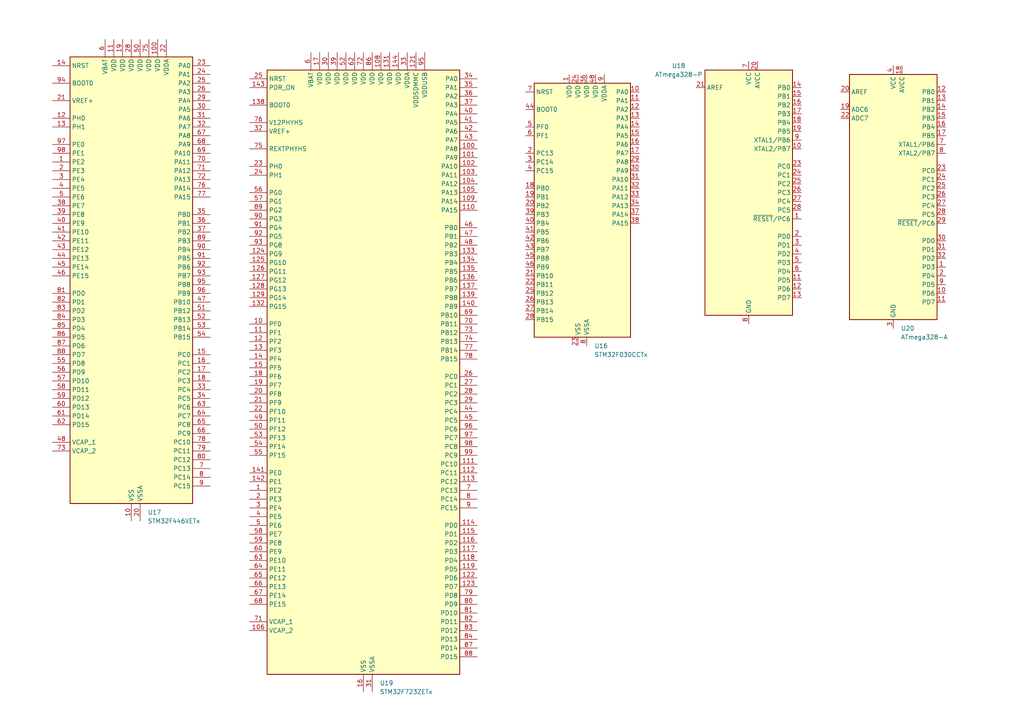
<source format=kicad_sch>
(kicad_sch (version 20231120) (generator "eeschema") (generator_version "8.0")
  (paper "A4")
  (lib_symbols
    (symbol "CREPP_MCU_ATMEL:ATmega328-A"
      (property "Reference" "U" (at -12.7 36.83 0))
      (property "Value" "ATmega328-A" (at 2.54 -36.83 0))
      (symbol "ATmega328-A_0_1"
        (rectangle (start -12.7 -35.56) (end 12.7 35.56) (stroke (width 0.254)) (fill (type background)))
      )
      (symbol "ATmega328-A_1_1"
        (pin bidirectional line (at 15.24 -20.32 180) (length 2.54) (name "PD3") (number "1"))
        (pin bidirectional line (at 15.24 -27.94 180) (length 2.54) (name "PD6") (number "10"))
        (pin bidirectional line (at 15.24 -30.48 180) (length 2.54) (name "PD7") (number "11"))
        (pin bidirectional line (at 15.24 30.48 180) (length 2.54) (name "PB0") (number "12"))
        (pin bidirectional line (at 15.24 27.94 180) (length 2.54) (name "PB1") (number "13"))
        (pin bidirectional line (at 15.24 25.4 180) (length 2.54) (name "PB2") (number "14"))
        (pin bidirectional line (at 15.24 22.86 180) (length 2.54) (name "PB3") (number "15"))
        (pin bidirectional line (at 15.24 20.32 180) (length 2.54) (name "PB4") (number "16"))
        (pin bidirectional line (at 15.24 17.78 180) (length 2.54) (name "PB5") (number "17"))
        (pin power_in line (at 2.54 38.1 270) (length 2.54) (name "AVCC") (number "18"))
        (pin input line (at -15.24 25.4 0) (length 2.54) (name "ADC6") (number "19"))
        (pin bidirectional line (at 15.24 -22.86 180) (length 2.54) (name "PD4") (number "2"))
        (pin passive line (at -15.24 30.48 0) (length 2.54) (name "AREF") (number "20"))
        (pin passive line (at 0 -38.1 90) (length 2.54) hide (name "GND") (number "21"))
        (pin input line (at -15.24 22.86 0) (length 2.54) (name "ADC7") (number "22"))
        (pin bidirectional line (at 15.24 7.62 180) (length 2.54) (name "PC0") (number "23"))
        (pin bidirectional line (at 15.24 5.08 180) (length 2.54) (name "PC1") (number "24"))
        (pin bidirectional line (at 15.24 2.54 180) (length 2.54) (name "PC2") (number "25"))
        (pin bidirectional line (at 15.24 0 180) (length 2.54) (name "PC3") (number "26"))
        (pin bidirectional line (at 15.24 -2.54 180) (length 2.54) (name "PC4") (number "27"))
        (pin bidirectional line (at 15.24 -5.08 180) (length 2.54) (name "PC5") (number "28"))
        (pin bidirectional line (at 15.24 -7.62 180) (length 2.54) (name "~{RESET}/PC6") (number "29"))
        (pin power_in line (at 0 -38.1 90) (length 2.54) (name "GND") (number "3"))
        (pin bidirectional line (at 15.24 -12.7 180) (length 2.54) (name "PD0") (number "30"))
        (pin bidirectional line (at 15.24 -15.24 180) (length 2.54) (name "PD1") (number "31"))
        (pin bidirectional line (at 15.24 -17.78 180) (length 2.54) (name "PD2") (number "32"))
        (pin power_in line (at 0 38.1 270) (length 2.54) (name "VCC") (number "4"))
        (pin passive line (at 0 -38.1 90) (length 2.54) hide (name "GND") (number "5"))
        (pin passive line (at 0 38.1 270) (length 2.54) hide (name "VCC") (number "6"))
        (pin bidirectional line (at 15.24 15.24 180) (length 2.54) (name "XTAL1/PB6") (number "7"))
        (pin bidirectional line (at 15.24 12.7 180) (length 2.54) (name "XTAL2/PB7") (number "8"))
        (pin bidirectional line (at 15.24 -25.4 180) (length 2.54) (name "PD5") (number "9"))
      )
    )
    (symbol "CREPP_MCU_ATMEL:ATmega328-P"
      (property "Reference" "U" (at -12.7 36.83 0))
      (property "Value" "ATmega328-P" (at 2.54 -36.83 0))
      (symbol "ATmega328-P_0_1"
        (rectangle (start -12.7 -35.56) (end 12.7 35.56) (stroke (width 0.254)) (fill (type background)))
      )
      (symbol "ATmega328-P_1_1"
        (pin bidirectional line (at 15.24 -7.62 180) (length 2.54) (name "~{RESET}/PC6") (number "1"))
        (pin bidirectional line (at 15.24 12.7 180) (length 2.54) (name "XTAL2/PB7") (number "10"))
        (pin bidirectional line (at 15.24 -25.4 180) (length 2.54) (name "PD5") (number "11"))
        (pin bidirectional line (at 15.24 -27.94 180) (length 2.54) (name "PD6") (number "12"))
        (pin bidirectional line (at 15.24 -30.48 180) (length 2.54) (name "PD7") (number "13"))
        (pin bidirectional line (at 15.24 30.48 180) (length 2.54) (name "PB0") (number "14"))
        (pin bidirectional line (at 15.24 27.94 180) (length 2.54) (name "PB1") (number "15"))
        (pin bidirectional line (at 15.24 25.4 180) (length 2.54) (name "PB2") (number "16"))
        (pin bidirectional line (at 15.24 22.86 180) (length 2.54) (name "PB3") (number "17"))
        (pin bidirectional line (at 15.24 20.32 180) (length 2.54) (name "PB4") (number "18"))
        (pin bidirectional line (at 15.24 17.78 180) (length 2.54) (name "PB5") (number "19"))
        (pin bidirectional line (at 15.24 -12.7 180) (length 2.54) (name "PD0") (number "2"))
        (pin power_in line (at 2.54 38.1 270) (length 2.54) (name "AVCC") (number "20"))
        (pin passive line (at -15.24 30.48 0) (length 2.54) (name "AREF") (number "21"))
        (pin passive line (at 0 -38.1 90) (length 2.54) hide (name "GND") (number "22"))
        (pin bidirectional line (at 15.24 7.62 180) (length 2.54) (name "PC0") (number "23"))
        (pin bidirectional line (at 15.24 5.08 180) (length 2.54) (name "PC1") (number "24"))
        (pin bidirectional line (at 15.24 2.54 180) (length 2.54) (name "PC2") (number "25"))
        (pin bidirectional line (at 15.24 0 180) (length 2.54) (name "PC3") (number "26"))
        (pin bidirectional line (at 15.24 -2.54 180) (length 2.54) (name "PC4") (number "27"))
        (pin bidirectional line (at 15.24 -5.08 180) (length 2.54) (name "PC5") (number "28"))
        (pin bidirectional line (at 15.24 -15.24 180) (length 2.54) (name "PD1") (number "3"))
        (pin bidirectional line (at 15.24 -17.78 180) (length 2.54) (name "PD2") (number "4"))
        (pin bidirectional line (at 15.24 -20.32 180) (length 2.54) (name "PD3") (number "5"))
        (pin bidirectional line (at 15.24 -22.86 180) (length 2.54) (name "PD4") (number "6"))
        (pin power_in line (at 0 38.1 270) (length 2.54) (name "VCC") (number "7"))
        (pin power_in line (at 0 -38.1 90) (length 2.54) (name "GND") (number "8"))
        (pin bidirectional line (at 15.24 15.24 180) (length 2.54) (name "XTAL1/PB6") (number "9"))
      )
    )
    (symbol "CREPP_MCU_STM32:STM32F030CCTx"
      (property "Reference" "U" (at -12.7 39.37 0))
      (property "Value" "STM32F030CCTx" (at 10.16 39.37 0))
      (symbol "STM32F030CCTx_0_1"
        (rectangle (start -12.7 -35.56) (end 15.24 38.1) (stroke (width 0.254)) (fill (type background)))
      )
      (symbol "STM32F030CCTx_1_1"
        (pin power_in line (at -2.54 40.64 270) (length 2.54) (name "VDD") (number "1"))
        (pin bidirectional line (at 17.78 35.56 180) (length 2.54) (name "PA0") (number "10"))
        (pin bidirectional line (at 17.78 33.02 180) (length 2.54) (name "PA1") (number "11"))
        (pin bidirectional line (at 17.78 30.48 180) (length 2.54) (name "PA2") (number "12"))
        (pin bidirectional line (at 17.78 27.94 180) (length 2.54) (name "PA3") (number "13"))
        (pin bidirectional line (at 17.78 25.4 180) (length 2.54) (name "PA4") (number "14"))
        (pin bidirectional line (at 17.78 22.86 180) (length 2.54) (name "PA5") (number "15"))
        (pin bidirectional line (at 17.78 20.32 180) (length 2.54) (name "PA6") (number "16"))
        (pin bidirectional line (at 17.78 17.78 180) (length 2.54) (name "PA7") (number "17"))
        (pin bidirectional line (at -15.24 7.62 0) (length 2.54) (name "PB0") (number "18"))
        (pin bidirectional line (at -15.24 5.08 0) (length 2.54) (name "PB1") (number "19"))
        (pin bidirectional line (at -15.24 17.78 0) (length 2.54) (name "PC13") (number "2"))
        (pin bidirectional line (at -15.24 2.54 0) (length 2.54) (name "PB2") (number "20"))
        (pin bidirectional line (at -15.24 -17.78 0) (length 2.54) (name "PB10") (number "21"))
        (pin bidirectional line (at -15.24 -20.32 0) (length 2.54) (name "PB11") (number "22"))
        (pin power_in line (at 0 -38.1 90) (length 2.54) (name "VSS") (number "23"))
        (pin power_in line (at 0 40.64 270) (length 2.54) (name "VDD") (number "24"))
        (pin bidirectional line (at -15.24 -22.86 0) (length 2.54) (name "PB12") (number "25"))
        (pin bidirectional line (at -15.24 -25.4 0) (length 2.54) (name "PB13") (number "26"))
        (pin bidirectional line (at -15.24 -27.94 0) (length 2.54) (name "PB14") (number "27"))
        (pin bidirectional line (at -15.24 -30.48 0) (length 2.54) (name "PB15") (number "28"))
        (pin bidirectional line (at 17.78 15.24 180) (length 2.54) (name "PA8") (number "29"))
        (pin bidirectional line (at -15.24 15.24 0) (length 2.54) (name "PC14") (number "3"))
        (pin bidirectional line (at 17.78 12.7 180) (length 2.54) (name "PA9") (number "30"))
        (pin bidirectional line (at 17.78 10.16 180) (length 2.54) (name "PA10") (number "31"))
        (pin bidirectional line (at 17.78 7.62 180) (length 2.54) (name "PA11") (number "32"))
        (pin bidirectional line (at 17.78 5.08 180) (length 2.54) (name "PA12") (number "33"))
        (pin bidirectional line (at 17.78 2.54 180) (length 2.54) (name "PA13") (number "34"))
        (pin passive line (at 0 -38.1 90) (length 2.54) hide (name "VSS") (number "35"))
        (pin power_in line (at 2.54 40.64 270) (length 2.54) (name "VDD") (number "36"))
        (pin bidirectional line (at 17.78 0 180) (length 2.54) (name "PA14") (number "37"))
        (pin bidirectional line (at 17.78 -2.54 180) (length 2.54) (name "PA15") (number "38"))
        (pin bidirectional line (at -15.24 0 0) (length 2.54) (name "PB3") (number "39"))
        (pin bidirectional line (at -15.24 12.7 0) (length 2.54) (name "PC15") (number "4"))
        (pin bidirectional line (at -15.24 -2.54 0) (length 2.54) (name "PB4") (number "40"))
        (pin bidirectional line (at -15.24 -5.08 0) (length 2.54) (name "PB5") (number "41"))
        (pin bidirectional line (at -15.24 -7.62 0) (length 2.54) (name "PB6") (number "42"))
        (pin bidirectional line (at -15.24 -10.16 0) (length 2.54) (name "PB7") (number "43"))
        (pin input line (at -15.24 30.48 0) (length 2.54) (name "BOOT0") (number "44"))
        (pin bidirectional line (at -15.24 -12.7 0) (length 2.54) (name "PB8") (number "45"))
        (pin bidirectional line (at -15.24 -15.24 0) (length 2.54) (name "PB9") (number "46"))
        (pin passive line (at 0 -38.1 90) (length 2.54) hide (name "VSS") (number "47"))
        (pin power_in line (at 5.08 40.64 270) (length 2.54) (name "VDD") (number "48"))
        (pin bidirectional line (at -15.24 25.4 0) (length 2.54) (name "PF0") (number "5"))
        (pin bidirectional line (at -15.24 22.86 0) (length 2.54) (name "PF1") (number "6"))
        (pin input line (at -15.24 35.56 0) (length 2.54) (name "NRST") (number "7"))
        (pin power_in line (at 2.54 -38.1 90) (length 2.54) (name "VSSA") (number "8"))
        (pin power_in line (at 7.62 40.64 270) (length 2.54) (name "VDDA") (number "9"))
      )
    )
    (symbol "CREPP_MCU_STM32:STM32F446VETx"
      (property "Reference" "U" (at -17.78 67.31 0))
      (property "Value" "STM32F446VETx" (at 12.7 67.31 0))
      (symbol "STM32F446VETx_0_1"
        (rectangle (start -17.78 -63.5) (end 17.78 66.04) (stroke (width 0.254)) (fill (type background)))
      )
      (symbol "STM32F446VETx_1_1"
        (pin bidirectional line (at -22.86 35.56 0) (length 5.08) (name "PE2") (number "1"))
        (pin power_in line (at 0 -68.58 90) (length 5.08) (name "VSS") (number "10"))
        (pin power_in line (at 7.62 71.12 270) (length 5.08) (name "VDD") (number "100"))
        (pin power_in line (at -5.08 71.12 270) (length 5.08) (name "VDD") (number "11"))
        (pin bidirectional line (at -22.86 48.26 0) (length 5.08) (name "PH0") (number "12"))
        (pin bidirectional line (at -22.86 45.72 0) (length 5.08) (name "PH1") (number "13"))
        (pin input line (at -22.86 63.5 0) (length 5.08) (name "NRST") (number "14"))
        (pin bidirectional line (at 22.86 -20.32 180) (length 5.08) (name "PC0") (number "15"))
        (pin bidirectional line (at 22.86 -22.86 180) (length 5.08) (name "PC1") (number "16"))
        (pin bidirectional line (at 22.86 -25.4 180) (length 5.08) (name "PC2") (number "17"))
        (pin bidirectional line (at 22.86 -27.94 180) (length 5.08) (name "PC3") (number "18"))
        (pin power_in line (at -2.54 71.12 270) (length 5.08) (name "VDD") (number "19"))
        (pin bidirectional line (at -22.86 33.02 0) (length 5.08) (name "PE3") (number "2"))
        (pin power_in line (at 2.54 -68.58 90) (length 5.08) (name "VSSA") (number "20"))
        (pin input line (at -22.86 53.34 0) (length 5.08) (name "VREF+") (number "21"))
        (pin power_in line (at 10.16 71.12 270) (length 5.08) (name "VDDA") (number "22"))
        (pin bidirectional line (at 22.86 63.5 180) (length 5.08) (name "PA0") (number "23"))
        (pin bidirectional line (at 22.86 60.96 180) (length 5.08) (name "PA1") (number "24"))
        (pin bidirectional line (at 22.86 58.42 180) (length 5.08) (name "PA2") (number "25"))
        (pin bidirectional line (at 22.86 55.88 180) (length 5.08) (name "PA3") (number "26"))
        (pin passive line (at 0 -68.58 90) (length 5.08) hide (name "VSS") (number "27"))
        (pin power_in line (at 0 71.12 270) (length 5.08) (name "VDD") (number "28"))
        (pin bidirectional line (at 22.86 53.34 180) (length 5.08) (name "PA4") (number "29"))
        (pin bidirectional line (at -22.86 30.48 0) (length 5.08) (name "PE4") (number "3"))
        (pin bidirectional line (at 22.86 50.8 180) (length 5.08) (name "PA5") (number "30"))
        (pin bidirectional line (at 22.86 48.26 180) (length 5.08) (name "PA6") (number "31"))
        (pin bidirectional line (at 22.86 45.72 180) (length 5.08) (name "PA7") (number "32"))
        (pin bidirectional line (at 22.86 -30.48 180) (length 5.08) (name "PC4") (number "33"))
        (pin bidirectional line (at 22.86 -33.02 180) (length 5.08) (name "PC5") (number "34"))
        (pin bidirectional line (at 22.86 20.32 180) (length 5.08) (name "PB0") (number "35"))
        (pin bidirectional line (at 22.86 17.78 180) (length 5.08) (name "PB1") (number "36"))
        (pin bidirectional line (at 22.86 15.24 180) (length 5.08) (name "PB2") (number "37"))
        (pin bidirectional line (at -22.86 22.86 0) (length 5.08) (name "PE7") (number "38"))
        (pin bidirectional line (at -22.86 20.32 0) (length 5.08) (name "PE8") (number "39"))
        (pin bidirectional line (at -22.86 27.94 0) (length 5.08) (name "PE5") (number "4"))
        (pin bidirectional line (at -22.86 17.78 0) (length 5.08) (name "PE9") (number "40"))
        (pin bidirectional line (at -22.86 15.24 0) (length 5.08) (name "PE10") (number "41"))
        (pin bidirectional line (at -22.86 12.7 0) (length 5.08) (name "PE11") (number "42"))
        (pin bidirectional line (at -22.86 10.16 0) (length 5.08) (name "PE12") (number "43"))
        (pin bidirectional line (at -22.86 7.62 0) (length 5.08) (name "PE13") (number "44"))
        (pin bidirectional line (at -22.86 5.08 0) (length 5.08) (name "PE14") (number "45"))
        (pin bidirectional line (at -22.86 2.54 0) (length 5.08) (name "PE15") (number "46"))
        (pin bidirectional line (at 22.86 -5.08 180) (length 5.08) (name "PB10") (number "47"))
        (pin power_out line (at -22.86 -45.72 0) (length 5.08) (name "VCAP_1") (number "48"))
        (pin passive line (at 0 -68.58 90) (length 5.08) hide (name "VSS") (number "49"))
        (pin bidirectional line (at -22.86 25.4 0) (length 5.08) (name "PE6") (number "5"))
        (pin power_in line (at 2.54 71.12 270) (length 5.08) (name "VDD") (number "50"))
        (pin bidirectional line (at 22.86 -7.62 180) (length 5.08) (name "PB12") (number "51"))
        (pin bidirectional line (at 22.86 -10.16 180) (length 5.08) (name "PB13") (number "52"))
        (pin bidirectional line (at 22.86 -12.7 180) (length 5.08) (name "PB14") (number "53"))
        (pin bidirectional line (at 22.86 -15.24 180) (length 5.08) (name "PB15") (number "54"))
        (pin bidirectional line (at -22.86 -22.86 0) (length 5.08) (name "PD8") (number "55"))
        (pin bidirectional line (at -22.86 -25.4 0) (length 5.08) (name "PD9") (number "56"))
        (pin bidirectional line (at -22.86 -27.94 0) (length 5.08) (name "PD10") (number "57"))
        (pin bidirectional line (at -22.86 -30.48 0) (length 5.08) (name "PD11") (number "58"))
        (pin bidirectional line (at -22.86 -33.02 0) (length 5.08) (name "PD12") (number "59"))
        (pin power_in line (at -7.62 71.12 270) (length 5.08) (name "VBAT") (number "6"))
        (pin bidirectional line (at -22.86 -35.56 0) (length 5.08) (name "PD13") (number "60"))
        (pin bidirectional line (at -22.86 -38.1 0) (length 5.08) (name "PD14") (number "61"))
        (pin bidirectional line (at -22.86 -40.64 0) (length 5.08) (name "PD15") (number "62"))
        (pin bidirectional line (at 22.86 -35.56 180) (length 5.08) (name "PC6") (number "63"))
        (pin bidirectional line (at 22.86 -38.1 180) (length 5.08) (name "PC7") (number "64"))
        (pin bidirectional line (at 22.86 -40.64 180) (length 5.08) (name "PC8") (number "65"))
        (pin bidirectional line (at 22.86 -43.18 180) (length 5.08) (name "PC9") (number "66"))
        (pin bidirectional line (at 22.86 43.18 180) (length 5.08) (name "PA8") (number "67"))
        (pin bidirectional line (at 22.86 40.64 180) (length 5.08) (name "PA9") (number "68"))
        (pin bidirectional line (at 22.86 38.1 180) (length 5.08) (name "PA10") (number "69"))
        (pin bidirectional line (at 22.86 -53.34 180) (length 5.08) (name "PC13") (number "7"))
        (pin bidirectional line (at 22.86 35.56 180) (length 5.08) (name "PA11") (number "70"))
        (pin bidirectional line (at 22.86 33.02 180) (length 5.08) (name "PA12") (number "71"))
        (pin bidirectional line (at 22.86 30.48 180) (length 5.08) (name "PA13") (number "72"))
        (pin power_out line (at -22.86 -48.26 0) (length 5.08) (name "VCAP_2") (number "73"))
        (pin passive line (at 0 -68.58 90) (length 5.08) hide (name "VSS") (number "74"))
        (pin power_in line (at 5.08 71.12 270) (length 5.08) (name "VDD") (number "75"))
        (pin bidirectional line (at 22.86 27.94 180) (length 5.08) (name "PA14") (number "76"))
        (pin bidirectional line (at 22.86 25.4 180) (length 5.08) (name "PA15") (number "77"))
        (pin bidirectional line (at 22.86 -45.72 180) (length 5.08) (name "PC10") (number "78"))
        (pin bidirectional line (at 22.86 -48.26 180) (length 5.08) (name "PC11") (number "79"))
        (pin bidirectional line (at 22.86 -55.88 180) (length 5.08) (name "PC14") (number "8"))
        (pin bidirectional line (at 22.86 -50.8 180) (length 5.08) (name "PC12") (number "80"))
        (pin bidirectional line (at -22.86 -2.54 0) (length 5.08) (name "PD0") (number "81"))
        (pin bidirectional line (at -22.86 -5.08 0) (length 5.08) (name "PD1") (number "82"))
        (pin bidirectional line (at -22.86 -7.62 0) (length 5.08) (name "PD2") (number "83"))
        (pin bidirectional line (at -22.86 -10.16 0) (length 5.08) (name "PD3") (number "84"))
        (pin bidirectional line (at -22.86 -12.7 0) (length 5.08) (name "PD4") (number "85"))
        (pin bidirectional line (at -22.86 -15.24 0) (length 5.08) (name "PD5") (number "86"))
        (pin bidirectional line (at -22.86 -17.78 0) (length 5.08) (name "PD6") (number "87"))
        (pin bidirectional line (at -22.86 -20.32 0) (length 5.08) (name "PD7") (number "88"))
        (pin bidirectional line (at 22.86 12.7 180) (length 5.08) (name "PB3") (number "89"))
        (pin bidirectional line (at 22.86 -58.42 180) (length 5.08) (name "PC15") (number "9"))
        (pin bidirectional line (at 22.86 10.16 180) (length 5.08) (name "PB4") (number "90"))
        (pin bidirectional line (at 22.86 7.62 180) (length 5.08) (name "PB5") (number "91"))
        (pin bidirectional line (at 22.86 5.08 180) (length 5.08) (name "PB6") (number "92"))
        (pin bidirectional line (at 22.86 2.54 180) (length 5.08) (name "PB7") (number "93"))
        (pin input line (at -22.86 58.42 0) (length 5.08) (name "BOOT0") (number "94"))
        (pin bidirectional line (at 22.86 0 180) (length 5.08) (name "PB8") (number "95"))
        (pin bidirectional line (at 22.86 -2.54 180) (length 5.08) (name "PB9") (number "96"))
        (pin bidirectional line (at -22.86 40.64 0) (length 5.08) (name "PE0") (number "97"))
        (pin bidirectional line (at -22.86 38.1 0) (length 5.08) (name "PE1") (number "98"))
        (pin passive line (at 0 -68.58 90) (length 5.08) hide (name "VSS") (number "99"))
      )
    )
    (symbol "CREPP_MCU_STM32:STM32F723ZETx"
      (property "Reference" "U" (at -27.94 90.17 0))
      (property "Value" "STM32F723ZETx" (at 20.32 90.17 0))
      (symbol "STM32F723ZETx_0_1"
        (rectangle (start -27.94 -86.36) (end 27.94 88.9) (stroke (width 0.254)) (fill (type background)))
      )
      (symbol "STM32F723ZETx_1_1"
        (pin bidirectional line (at -33.02 -33.02 0) (length 5.08) (name "PE2") (number "1"))
        (pin bidirectional line (at -33.02 15.24 0) (length 5.08) (name "PF0") (number "10"))
        (pin bidirectional line (at 33.02 66.04 180) (length 5.08) (name "PA8") (number "100"))
        (pin bidirectional line (at 33.02 63.5 180) (length 5.08) (name "PA9") (number "101"))
        (pin bidirectional line (at 33.02 60.96 180) (length 5.08) (name "PA10") (number "102"))
        (pin bidirectional line (at 33.02 58.42 180) (length 5.08) (name "PA11") (number "103"))
        (pin bidirectional line (at 33.02 55.88 180) (length 5.08) (name "PA12") (number "104"))
        (pin bidirectional line (at 33.02 53.34 180) (length 5.08) (name "PA13") (number "105"))
        (pin power_out line (at -33.02 -73.66 0) (length 5.08) (name "VCAP_2") (number "106"))
        (pin passive line (at 0 -91.44 90) (length 5.08) hide (name "VSS") (number "107"))
        (pin power_in line (at 5.08 93.98 270) (length 5.08) (name "VDD") (number "108"))
        (pin bidirectional line (at 33.02 50.8 180) (length 5.08) (name "PA14") (number "109"))
        (pin bidirectional line (at -33.02 12.7 0) (length 5.08) (name "PF1") (number "11"))
        (pin bidirectional line (at 33.02 48.26 180) (length 5.08) (name "PA15") (number "110"))
        (pin bidirectional line (at 33.02 -25.4 180) (length 5.08) (name "PC10") (number "111"))
        (pin bidirectional line (at 33.02 -27.94 180) (length 5.08) (name "PC11") (number "112"))
        (pin bidirectional line (at 33.02 -30.48 180) (length 5.08) (name "PC12") (number "113"))
        (pin bidirectional line (at 33.02 -43.18 180) (length 5.08) (name "PD0") (number "114"))
        (pin bidirectional line (at 33.02 -45.72 180) (length 5.08) (name "PD1") (number "115"))
        (pin bidirectional line (at 33.02 -48.26 180) (length 5.08) (name "PD2") (number "116"))
        (pin bidirectional line (at 33.02 -50.8 180) (length 5.08) (name "PD3") (number "117"))
        (pin bidirectional line (at 33.02 -53.34 180) (length 5.08) (name "PD4") (number "118"))
        (pin bidirectional line (at 33.02 -55.88 180) (length 5.08) (name "PD5") (number "119"))
        (pin bidirectional line (at -33.02 10.16 0) (length 5.08) (name "PF2") (number "12"))
        (pin passive line (at 0 -91.44 90) (length 5.08) hide (name "VSS") (number "120"))
        (pin power_in line (at 15.24 93.98 270) (length 5.08) (name "VDDSDMMC") (number "121"))
        (pin bidirectional line (at 33.02 -58.42 180) (length 5.08) (name "PD6") (number "122"))
        (pin bidirectional line (at 33.02 -60.96 180) (length 5.08) (name "PD7") (number "123"))
        (pin bidirectional line (at -33.02 35.56 0) (length 5.08) (name "PG9") (number "124"))
        (pin bidirectional line (at -33.02 33.02 0) (length 5.08) (name "PG10") (number "125"))
        (pin bidirectional line (at -33.02 30.48 0) (length 5.08) (name "PG11") (number "126"))
        (pin bidirectional line (at -33.02 27.94 0) (length 5.08) (name "PG12") (number "127"))
        (pin bidirectional line (at -33.02 25.4 0) (length 5.08) (name "PG13") (number "128"))
        (pin bidirectional line (at -33.02 22.86 0) (length 5.08) (name "PG14") (number "129"))
        (pin bidirectional line (at -33.02 7.62 0) (length 5.08) (name "PF3") (number "13"))
        (pin passive line (at 0 -91.44 90) (length 5.08) hide (name "VSS") (number "130"))
        (pin power_in line (at 7.62 93.98 270) (length 5.08) (name "VDD") (number "131"))
        (pin bidirectional line (at -33.02 20.32 0) (length 5.08) (name "PG15") (number "132"))
        (pin bidirectional line (at 33.02 35.56 180) (length 5.08) (name "PB3") (number "133"))
        (pin bidirectional line (at 33.02 33.02 180) (length 5.08) (name "PB4") (number "134"))
        (pin bidirectional line (at 33.02 30.48 180) (length 5.08) (name "PB5") (number "135"))
        (pin bidirectional line (at 33.02 27.94 180) (length 5.08) (name "PB6") (number "136"))
        (pin bidirectional line (at 33.02 25.4 180) (length 5.08) (name "PB7") (number "137"))
        (pin input line (at -33.02 78.74 0) (length 5.08) (name "BOOT0") (number "138"))
        (pin bidirectional line (at 33.02 22.86 180) (length 5.08) (name "PB8") (number "139"))
        (pin bidirectional line (at -33.02 5.08 0) (length 5.08) (name "PF4") (number "14"))
        (pin bidirectional line (at 33.02 20.32 180) (length 5.08) (name "PB9") (number "140"))
        (pin bidirectional line (at -33.02 -27.94 0) (length 5.08) (name "PE0") (number "141"))
        (pin bidirectional line (at -33.02 -30.48 0) (length 5.08) (name "PE1") (number "142"))
        (pin input line (at -33.02 83.82 0) (length 5.08) (name "PDR_ON") (number "143"))
        (pin power_in line (at 10.16 93.98 270) (length 5.08) (name "VDD") (number "144"))
        (pin bidirectional line (at -33.02 2.54 0) (length 5.08) (name "PF5") (number "15"))
        (pin power_in line (at 0 -91.44 90) (length 5.08) (name "VSS") (number "16"))
        (pin power_in line (at -12.7 93.98 270) (length 5.08) (name "VDD") (number "17"))
        (pin bidirectional line (at -33.02 0 0) (length 5.08) (name "PF6") (number "18"))
        (pin bidirectional line (at -33.02 -2.54 0) (length 5.08) (name "PF7") (number "19"))
        (pin bidirectional line (at -33.02 -35.56 0) (length 5.08) (name "PE3") (number "2"))
        (pin bidirectional line (at -33.02 -5.08 0) (length 5.08) (name "PF8") (number "20"))
        (pin bidirectional line (at -33.02 -7.62 0) (length 5.08) (name "PF9") (number "21"))
        (pin bidirectional line (at -33.02 -10.16 0) (length 5.08) (name "PF10") (number "22"))
        (pin bidirectional line (at -33.02 60.96 0) (length 5.08) (name "PH0") (number "23"))
        (pin bidirectional line (at -33.02 58.42 0) (length 5.08) (name "PH1") (number "24"))
        (pin input line (at -33.02 86.36 0) (length 5.08) (name "NRST") (number "25"))
        (pin bidirectional line (at 33.02 0 180) (length 5.08) (name "PC0") (number "26"))
        (pin bidirectional line (at 33.02 -2.54 180) (length 5.08) (name "PC1") (number "27"))
        (pin bidirectional line (at 33.02 -5.08 180) (length 5.08) (name "PC2") (number "28"))
        (pin bidirectional line (at 33.02 -7.62 180) (length 5.08) (name "PC3") (number "29"))
        (pin bidirectional line (at -33.02 -38.1 0) (length 5.08) (name "PE4") (number "3"))
        (pin power_in line (at -10.16 93.98 270) (length 5.08) (name "VDD") (number "30"))
        (pin power_in line (at 2.54 -91.44 90) (length 5.08) (name "VSSA") (number "31"))
        (pin input line (at -33.02 71.12 0) (length 5.08) (name "VREF+") (number "32"))
        (pin power_in line (at 12.7 93.98 270) (length 5.08) (name "VDDA") (number "33"))
        (pin bidirectional line (at 33.02 86.36 180) (length 5.08) (name "PA0") (number "34"))
        (pin bidirectional line (at 33.02 83.82 180) (length 5.08) (name "PA1") (number "35"))
        (pin bidirectional line (at 33.02 81.28 180) (length 5.08) (name "PA2") (number "36"))
        (pin bidirectional line (at 33.02 78.74 180) (length 5.08) (name "PA3") (number "37"))
        (pin passive line (at 0 -91.44 90) (length 5.08) hide (name "VSS") (number "38"))
        (pin power_in line (at -7.62 93.98 270) (length 5.08) (name "VDD") (number "39"))
        (pin bidirectional line (at -33.02 -40.64 0) (length 5.08) (name "PE5") (number "4"))
        (pin bidirectional line (at 33.02 76.2 180) (length 5.08) (name "PA4") (number "40"))
        (pin bidirectional line (at 33.02 73.66 180) (length 5.08) (name "PA5") (number "41"))
        (pin bidirectional line (at 33.02 71.12 180) (length 5.08) (name "PA6") (number "42"))
        (pin bidirectional line (at 33.02 68.58 180) (length 5.08) (name "PA7") (number "43"))
        (pin bidirectional line (at 33.02 -10.16 180) (length 5.08) (name "PC4") (number "44"))
        (pin bidirectional line (at 33.02 -12.7 180) (length 5.08) (name "PC5") (number "45"))
        (pin bidirectional line (at 33.02 43.18 180) (length 5.08) (name "PB0") (number "46"))
        (pin bidirectional line (at 33.02 40.64 180) (length 5.08) (name "PB1") (number "47"))
        (pin bidirectional line (at 33.02 38.1 180) (length 5.08) (name "PB2") (number "48"))
        (pin bidirectional line (at -33.02 -12.7 0) (length 5.08) (name "PF11") (number "49"))
        (pin bidirectional line (at -33.02 -43.18 0) (length 5.08) (name "PE6") (number "5"))
        (pin bidirectional line (at -33.02 -15.24 0) (length 5.08) (name "PF12") (number "50"))
        (pin passive line (at 0 -91.44 90) (length 5.08) hide (name "VSS") (number "51"))
        (pin power_in line (at -5.08 93.98 270) (length 5.08) (name "VDD") (number "52"))
        (pin bidirectional line (at -33.02 -17.78 0) (length 5.08) (name "PF13") (number "53"))
        (pin bidirectional line (at -33.02 -20.32 0) (length 5.08) (name "PF14") (number "54"))
        (pin bidirectional line (at -33.02 -22.86 0) (length 5.08) (name "PF15") (number "55"))
        (pin bidirectional line (at -33.02 53.34 0) (length 5.08) (name "PG0") (number "56"))
        (pin bidirectional line (at -33.02 50.8 0) (length 5.08) (name "PG1") (number "57"))
        (pin bidirectional line (at -33.02 -45.72 0) (length 5.08) (name "PE7") (number "58"))
        (pin bidirectional line (at -33.02 -48.26 0) (length 5.08) (name "PE8") (number "59"))
        (pin power_in line (at -15.24 93.98 270) (length 5.08) (name "VBAT") (number "6"))
        (pin bidirectional line (at -33.02 -50.8 0) (length 5.08) (name "PE9") (number "60"))
        (pin passive line (at 0 -91.44 90) (length 5.08) hide (name "VSS") (number "61"))
        (pin power_in line (at -2.54 93.98 270) (length 5.08) (name "VDD") (number "62"))
        (pin bidirectional line (at -33.02 -53.34 0) (length 5.08) (name "PE10") (number "63"))
        (pin bidirectional line (at -33.02 -55.88 0) (length 5.08) (name "PE11") (number "64"))
        (pin bidirectional line (at -33.02 -58.42 0) (length 5.08) (name "PE12") (number "65"))
        (pin bidirectional line (at -33.02 -60.96 0) (length 5.08) (name "PE13") (number "66"))
        (pin bidirectional line (at -33.02 -63.5 0) (length 5.08) (name "PE14") (number "67"))
        (pin bidirectional line (at -33.02 -66.04 0) (length 5.08) (name "PE15") (number "68"))
        (pin bidirectional line (at 33.02 17.78 180) (length 5.08) (name "PB10") (number "69"))
        (pin bidirectional line (at 33.02 -33.02 180) (length 5.08) (name "PC13") (number "7"))
        (pin bidirectional line (at 33.02 15.24 180) (length 5.08) (name "PB11") (number "70"))
        (pin power_out line (at -33.02 -71.12 0) (length 5.08) (name "VCAP_1") (number "71"))
        (pin power_in line (at 0 93.98 270) (length 5.08) (name "VDD") (number "72"))
        (pin bidirectional line (at 33.02 12.7 180) (length 5.08) (name "PB12") (number "73"))
        (pin bidirectional line (at 33.02 10.16 180) (length 5.08) (name "PB13") (number "74"))
        (pin bidirectional line (at -33.02 66.04 0) (length 5.08) (name "REXTPHYHS") (number "75"))
        (pin power_in line (at -33.02 73.66 0) (length 5.08) (name "V12PHYHS") (number "76"))
        (pin bidirectional line (at 33.02 7.62 180) (length 5.08) (name "PB14") (number "77"))
        (pin bidirectional line (at 33.02 5.08 180) (length 5.08) (name "PB15") (number "78"))
        (pin bidirectional line (at 33.02 -63.5 180) (length 5.08) (name "PD8") (number "79"))
        (pin bidirectional line (at 33.02 -35.56 180) (length 5.08) (name "PC14") (number "8"))
        (pin bidirectional line (at 33.02 -66.04 180) (length 5.08) (name "PD9") (number "80"))
        (pin bidirectional line (at 33.02 -68.58 180) (length 5.08) (name "PD10") (number "81"))
        (pin bidirectional line (at 33.02 -71.12 180) (length 5.08) (name "PD11") (number "82"))
        (pin bidirectional line (at 33.02 -73.66 180) (length 5.08) (name "PD12") (number "83"))
        (pin bidirectional line (at 33.02 -76.2 180) (length 5.08) (name "PD13") (number "84"))
        (pin passive line (at 0 -91.44 90) (length 5.08) hide (name "VSS") (number "85"))
        (pin power_in line (at 2.54 93.98 270) (length 5.08) (name "VDD") (number "86"))
        (pin bidirectional line (at 33.02 -78.74 180) (length 5.08) (name "PD14") (number "87"))
        (pin bidirectional line (at 33.02 -81.28 180) (length 5.08) (name "PD15") (number "88"))
        (pin bidirectional line (at -33.02 48.26 0) (length 5.08) (name "PG2") (number "89"))
        (pin bidirectional line (at 33.02 -38.1 180) (length 5.08) (name "PC15") (number "9"))
        (pin bidirectional line (at -33.02 45.72 0) (length 5.08) (name "PG3") (number "90"))
        (pin bidirectional line (at -33.02 43.18 0) (length 5.08) (name "PG4") (number "91"))
        (pin bidirectional line (at -33.02 40.64 0) (length 5.08) (name "PG5") (number "92"))
        (pin bidirectional line (at -33.02 38.1 0) (length 5.08) (name "PG8") (number "93"))
        (pin passive line (at 0 -91.44 90) (length 5.08) hide (name "VSS") (number "94"))
        (pin power_in line (at 17.78 93.98 270) (length 5.08) (name "VDDUSB") (number "95"))
        (pin bidirectional line (at 33.02 -15.24 180) (length 5.08) (name "PC6") (number "96"))
        (pin bidirectional line (at 33.02 -17.78 180) (length 5.08) (name "PC7") (number "97"))
        (pin bidirectional line (at 33.02 -20.32 180) (length 5.08) (name "PC8") (number "98"))
        (pin bidirectional line (at 33.02 -22.86 180) (length 5.08) (name "PC9") (number "99"))
      )
    )
  )
  (symbol (lib_id "CREPP_MCU_ATMEL:ATmega328-P") (at 217.17 55.88 0) (unit 1)
    (property "Reference" "U18" (at 196.85 19.0814 0))
    (property "Value" "ATmega328-P" (at 196.85 21.6214 0))
    (property "Footprint" "Package_DIP:DIP-28_W7.62mm" (effects (hide yes)))
    (property "Datasheet" "http://ww1.microchip.com/downloads/en/DeviceDoc/ATmega328_P%20AVR%20MCU%20with%20picoPower%20Technology%20Data%20Sheet%2040001984A.pdf" (effects (hide yes)))
    (property "Description" "20MHz, 32kB Flash, 2kB SRAM, 1kB EEPROM, DIP-28" (effects (hide yes)))
  )
  (symbol (lib_id "CREPP_MCU_ATMEL:ATmega328-A") (at 259.08 57.15 0) (unit 1)
    (property "Reference" "U20" (at 261.2741 95.25 0) (effects (justify left)))
    (property "Value" "ATmega328-A" (at 261.2741 97.79 0) (effects (justify left)))
    (property "Footprint" "Package_QFP:TQFP-32_7x7mm_P0.8mm" (effects (hide yes)))
    (property "Datasheet" "http://ww1.microchip.com/downloads/en/DeviceDoc/ATmega328_P%20AVR%20MCU%20with%20picoPower%20Technology%20Data%20Sheet%2040001984A.pdf" (effects (hide yes)))
    (property "Description" "20MHz, 32kB Flash, 2kB SRAM, 1kB EEPROM, TQFP-32" (effects (hide yes)))
  )
  (symbol (lib_id "CREPP_MCU_STM32:STM32F446VETx") (at 38.1 82.55 0) (unit 1)
    (property "Reference" "U17" (at 42.8341 148.59 0) (effects (justify left)))
    (property "Value" "STM32F446VETx" (at 42.8341 151.13 0) (effects (justify left)))
    (property "Footprint" "Package_QFP:LQFP-100_14x14mm_P0.5mm" (effects (hide yes)))
    (property "Datasheet" "https://www.st.com/resource/en/datasheet/stm32f446ve.pdf" (effects (hide yes)))
    (property "Description" "STMicroelectronics Arm Cortex-M4 MCU, 512KB flash, 128KB RAM, 180 MHz, 1.8-3.6V, 81 GPIO, LQFP100" (effects (hide yes)))
  )
  (symbol (lib_id "CREPP_MCU_STM32:STM32F030CCTx") (at 167.64 62.23 0) (unit 1)
    (property "Reference" "U16" (at 172.3741 100.33 0) (effects (justify left)))
    (property "Value" "STM32F030CCTx" (at 172.3741 102.87 0) (effects (justify left)))
    (property "Footprint" "Package_QFP:LQFP-48_7x7mm_P0.5mm" (effects (hide yes)))
    (property "Datasheet" "https://www.st.com/resource/en/datasheet/stm32f030cc.pdf" (effects (hide yes)))
    (property "Description" "STMicroelectronics Arm Cortex-M0 MCU, 256KB flash, 32KB RAM, 48 MHz, 2.4-3.6V, 37 GPIO, LQFP48" (effects (hide yes)))
  )
  (symbol (lib_id "CREPP_MCU_STM32:STM32F723ZETx") (at 105.41 109.22 0) (unit 1)
    (property "Reference" "U19" (at 110.1441 198.12 0) (effects (justify left)))
    (property "Value" "STM32F723ZETx" (at 110.1441 200.66 0) (effects (justify left)))
    (property "Footprint" "Package_QFP:LQFP-144_20x20mm_P0.5mm" (effects (hide yes)))
    (property "Datasheet" "https://www.st.com/resource/en/datasheet/stm32f723ze.pdf" (effects (hide yes)))
    (property "Description" "STMicroelectronics Arm Cortex-M7 MCU, 512KB flash, 256KB RAM, 216 MHz, 1.7-3.6V, 112 GPIO, LQFP144" (effects (hide yes)))
  )
)
</source>
